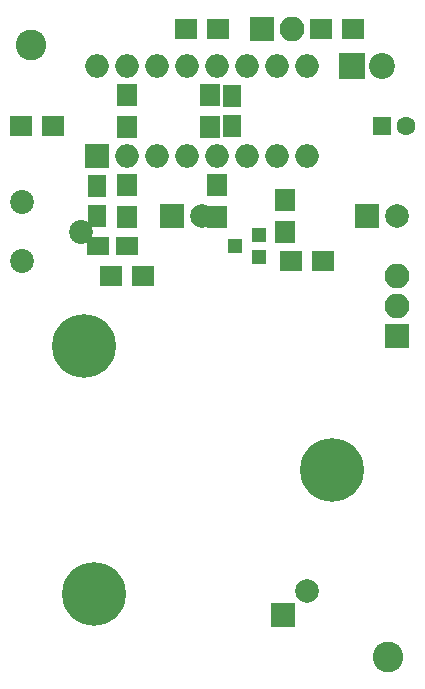
<source format=gbr>
G04 #@! TF.FileFunction,Soldermask,Bot*
%FSLAX46Y46*%
G04 Gerber Fmt 4.6, Leading zero omitted, Abs format (unit mm)*
G04 Created by KiCad (PCBNEW 4.0.5) date 04/25/17 13:40:11*
%MOMM*%
%LPD*%
G01*
G04 APERTURE LIST*
%ADD10C,0.100000*%
%ADD11R,1.300000X1.200000*%
%ADD12R,2.000000X2.000000*%
%ADD13C,2.000000*%
%ADD14R,1.600000X1.600000*%
%ADD15C,1.600000*%
%ADD16R,1.900000X1.650000*%
%ADD17R,1.650000X1.900000*%
%ADD18R,2.200000X2.200000*%
%ADD19C,2.200000*%
%ADD20R,2.100000X2.100000*%
%ADD21O,2.100000X2.100000*%
%ADD22C,5.400000*%
%ADD23R,1.900000X1.700000*%
%ADD24R,1.700000X1.900000*%
%ADD25C,2.020000*%
%ADD26O,2.000000X2.000000*%
%ADD27C,2.600000*%
G04 APERTURE END LIST*
D10*
D11*
X139430000Y-108270000D03*
X139430000Y-110170000D03*
X137430000Y-109220000D03*
D12*
X148590000Y-106680000D03*
D13*
X151090000Y-106680000D03*
D14*
X149860000Y-99060000D03*
D15*
X151860000Y-99060000D03*
D16*
X128250000Y-109220000D03*
X125750000Y-109220000D03*
D17*
X125730000Y-104160000D03*
X125730000Y-106660000D03*
X137160000Y-99040000D03*
X137160000Y-96540000D03*
D18*
X147320000Y-93980000D03*
D19*
X149860000Y-93980000D03*
D20*
X139700000Y-90805000D03*
D21*
X142240000Y-90805000D03*
D13*
X134620000Y-106680000D03*
D12*
X132080000Y-106680000D03*
D13*
X143510000Y-138430000D03*
D12*
X141478000Y-140462000D03*
D22*
X145620000Y-128180000D03*
X125476000Y-138684000D03*
X124620000Y-117680000D03*
D21*
X151130000Y-111760000D03*
D20*
X151130000Y-116840000D03*
D21*
X151130000Y-114300000D03*
D23*
X126920000Y-111760000D03*
X129620000Y-111760000D03*
D24*
X135890000Y-104060000D03*
X135890000Y-106760000D03*
D23*
X142160000Y-110490000D03*
X144860000Y-110490000D03*
X122000000Y-99060000D03*
X119300000Y-99060000D03*
D24*
X128270000Y-104060000D03*
X128270000Y-106760000D03*
X141605000Y-105330000D03*
X141605000Y-108030000D03*
D23*
X135970000Y-90805000D03*
X133270000Y-90805000D03*
X147400000Y-90805000D03*
X144700000Y-90805000D03*
D24*
X128270000Y-99140000D03*
X128270000Y-96440000D03*
X135255000Y-99140000D03*
X135255000Y-96440000D03*
D25*
X119380000Y-105490000D03*
X124380000Y-107990000D03*
X119380000Y-110490000D03*
D12*
X125730000Y-101600000D03*
D26*
X143510000Y-93980000D03*
X128270000Y-101600000D03*
X140970000Y-93980000D03*
X130810000Y-101600000D03*
X138430000Y-93980000D03*
X133350000Y-101600000D03*
X135890000Y-93980000D03*
X135890000Y-101600000D03*
X133350000Y-93980000D03*
X138430000Y-101600000D03*
X130810000Y-93980000D03*
X140970000Y-101600000D03*
X128270000Y-93980000D03*
X143510000Y-101600000D03*
X125730000Y-93980000D03*
D27*
X120142000Y-92202000D03*
X150368000Y-144018000D03*
M02*

</source>
